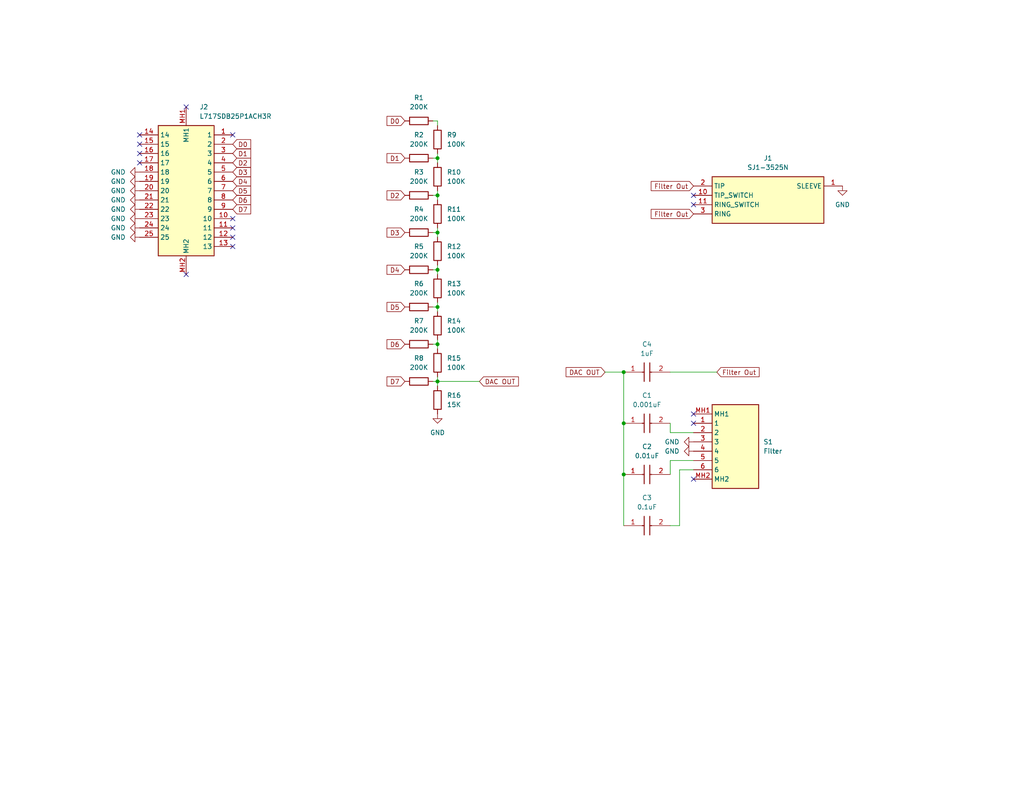
<source format=kicad_sch>
(kicad_sch (version 20230121) (generator eeschema)
  (paper "USLetter")
  (title_block (title "LPT Blaster") (rev "1.0") (company "Undefined Systems, LLC"))
  (lib_symbols
    (symbol "Device:R" (pin_numbers hide) (pin_names (offset 0))
      (property "Reference" "R" (at 2.032 0 90))
      (property "Value" "R" (at 0 0 90))
      (symbol "R_0_1"
        (rectangle (start -1.016 -2.54) (end 1.016 2.54) (stroke (width 0.254)))
      )
      (symbol "R_1_1"
        (pin passive line (at 0 3.81 270) (length 1.27) (name "~") (number "1"))
        (pin passive line (at 0 -3.81 90) (length 1.27) (name "~") (number "2"))
      )
    )
    (symbol "L717SDB25P1ACH3R:L717SDB25P1ACH3R"
      (property "Reference" "J" (at 41.91 12.7 0))
      (property "Value" "L717SDB25P1ACH3R" (at 41.91 10.16 0))
      (symbol "L717SDB25P1ACH3R_1_1"
        (rectangle (start 5.08 7.62) (end 40.64 -7.62) (stroke (width 0.254)) (fill (type background)))
        (pin passive line (at 7.62 12.7 270) (length 5.08) (name "1") (number "1"))
        (pin passive line (at 30.48 12.7 270) (length 5.08) (name "10") (number "10"))
        (pin passive line (at 33.02 12.7 270) (length 5.08) (name "11") (number "11"))
        (pin passive line (at 35.56 12.7 270) (length 5.08) (name "12") (number "12"))
        (pin passive line (at 38.1 12.7 270) (length 5.08) (name "13") (number "13"))
        (pin passive line (at 7.62 -12.7 90) (length 5.08) (name "14") (number "14"))
        (pin passive line (at 10.16 -12.7 90) (length 5.08) (name "15") (number "15"))
        (pin passive line (at 12.7 -12.7 90) (length 5.08) (name "16") (number "16"))
        (pin passive line (at 15.24 -12.7 90) (length 5.08) (name "17") (number "17"))
        (pin passive line (at 17.78 -12.7 90) (length 5.08) (name "18") (number "18"))
        (pin passive line (at 20.32 -12.7 90) (length 5.08) (name "19") (number "19"))
        (pin passive line (at 10.16 12.7 270) (length 5.08) (name "2") (number "2"))
        (pin passive line (at 22.86 -12.7 90) (length 5.08) (name "20") (number "20"))
        (pin passive line (at 25.4 -12.7 90) (length 5.08) (name "21") (number "21"))
        (pin passive line (at 27.94 -12.7 90) (length 5.08) (name "22") (number "22"))
        (pin passive line (at 30.48 -12.7 90) (length 5.08) (name "23") (number "23"))
        (pin passive line (at 33.02 -12.7 90) (length 5.08) (name "24") (number "24"))
        (pin passive line (at 35.56 -12.7 90) (length 5.08) (name "25") (number "25"))
        (pin passive line (at 12.7 12.7 270) (length 5.08) (name "3") (number "3"))
        (pin passive line (at 15.24 12.7 270) (length 5.08) (name "4") (number "4"))
        (pin passive line (at 17.78 12.7 270) (length 5.08) (name "5") (number "5"))
        (pin passive line (at 20.32 12.7 270) (length 5.08) (name "6") (number "6"))
        (pin passive line (at 22.86 12.7 270) (length 5.08) (name "7") (number "7"))
        (pin passive line (at 25.4 12.7 270) (length 5.08) (name "8") (number "8"))
        (pin passive line (at 27.94 12.7 270) (length 5.08) (name "9") (number "9"))
        (pin passive line (at 0 0 0) (length 5.08) (name "MH1") (number "MH1"))
        (pin passive line (at 45.72 0 180) (length 5.08) (name "MH2") (number "MH2"))
      )
    )
    (symbol "R82DC4100DQ60J:R82DC4100DQ60J" (pin_names hide)
      (property "Reference" "C" (at 8.89 6.35 0))
      (property "Value" "R82DC4100DQ60J" (at 8.89 3.81 0))
      (symbol "R82DC4100DQ60J_1_1"
        (polyline (pts (xy 5.08 0) (xy 5.588 0)) (stroke (width 0.254)))
        (polyline (pts (xy 5.588 2.54) (xy 5.588 -2.54)) (stroke (width 0.254)))
        (polyline (pts (xy 7.112 0) (xy 7.62 0)) (stroke (width 0.254)))
        (polyline (pts (xy 7.112 2.54) (xy 7.112 -2.54)) (stroke (width 0.254)))
        (pin passive line (at 0 0 0) (length 5.08) (name "1") (number "1"))
        (pin passive line (at 12.7 0 180) (length 5.08) (name "2") (number "2"))
      )
    )
    (symbol "SJ1-3525N:SJ1-3525N"
      (property "Reference" "J" (at 36.83 7.62 0))
      (property "Value" "SJ1-3525N" (at 36.83 5.08 0))
      (symbol "SJ1-3525N_1_1"
        (rectangle (start 5.08 2.54) (end 35.56 -10.16) (stroke (width 0.254)) (fill (type background)))
        (pin passive line (at 40.64 0 180) (length 5.08) (name "SLEEVE") (number "1"))
        (pin passive line (at 0 -2.54 0) (length 5.08) (name "TIP_SWITCH") (number "10"))
        (pin passive line (at 0 -5.08 0) (length 5.08) (name "RING_SWITCH") (number "11"))
        (pin passive line (at 0 0 0) (length 5.08) (name "TIP") (number "2"))
        (pin passive line (at 0 -7.62 0) (length 5.08) (name "RING") (number "3"))
      )
    )
    (symbol "SK14D01G6:SK14D01G6"
      (property "Reference" "S" (at 19.05 7.62 0))
      (property "Value" "SK14D01G6" (at 19.05 5.08 0))
      (symbol "SK14D01G6_1_1"
        (rectangle (start 5.08 2.54) (end 17.78 -20.32) (stroke (width 0.254)) (fill (type background)))
        (pin passive line (at 0 -2.54 0) (length 5.08) (name "1") (number "1"))
        (pin passive line (at 0 -5.08 0) (length 5.08) (name "2") (number "2"))
        (pin passive line (at 0 -7.62 0) (length 5.08) (name "3") (number "3"))
        (pin passive line (at 0 -10.16 0) (length 5.08) (name "4") (number "4"))
        (pin passive line (at 0 -12.7 0) (length 5.08) (name "5") (number "5"))
        (pin passive line (at 0 -15.24 0) (length 5.08) (name "6") (number "6"))
        (pin passive line (at 0 0 0) (length 5.08) (name "MH1") (number "MH1"))
        (pin passive line (at 0 -17.78 0) (length 5.08) (name "MH2") (number "MH2"))
      )
    )
    (symbol "power:GND" (power) (pin_names (offset 0))
      (property "Value" "GND" (at 0 -3.81 0))
      (symbol "GND_0_1"
        (polyline (pts (xy 0 0) (xy 0 -1.27) (xy 1.27 -1.27) (xy 0 -2.54) (xy -1.27 -1.27) (xy 0 -1.27)))
      )
      (symbol "GND_1_1"
        (pin power_in line (at 0 0 270) (length 0) hide (name "GND") (number "1"))
      )
    )
  )
  (junction (at 119.38 53.34))
  (junction (at 119.38 93.98))
  (junction (at 119.38 43.18))
  (junction (at 119.38 83.82))
  (junction (at 170.18 115.57))
  (junction (at 170.18 101.6))
  (junction (at 119.38 104.14))
  (junction (at 119.38 73.66))
  (junction (at 119.38 63.5))
  (junction (at 170.18 129.54))
  (no_connect (at 189.23 53.34))
  (no_connect (at 63.5 36.83))
  (no_connect (at 38.1 39.37))
  (no_connect (at 50.8 29.21))
  (no_connect (at 38.1 36.83))
  (no_connect (at 50.8 74.93))
  (no_connect (at 63.5 64.77))
  (no_connect (at 63.5 59.69))
  (no_connect (at 189.23 115.57))
  (no_connect (at 189.23 130.81))
  (no_connect (at 38.1 41.91))
  (no_connect (at 189.23 113.03))
  (no_connect (at 63.5 67.31))
  (no_connect (at 189.23 55.88))
  (no_connect (at 38.1 44.45))
  (no_connect (at 63.5 62.23))
  (wire (pts (xy 119.38 33.02) (xy 119.38 34.29)))
  (wire (pts (xy 119.38 92.71) (xy 119.38 93.98)))
  (wire (pts (xy 165.1 101.6) (xy 170.18 101.6)))
  (wire (pts (xy 118.11 93.98) (xy 119.38 93.98)))
  (wire (pts (xy 119.38 43.18) (xy 119.38 44.45)))
  (wire (pts (xy 189.23 125.73) (xy 182.88 125.73)))
  (wire (pts (xy 119.38 41.91) (xy 119.38 43.18)))
  (wire (pts (xy 182.88 125.73) (xy 182.88 129.54)))
  (wire (pts (xy 118.11 63.5) (xy 119.38 63.5)))
  (wire (pts (xy 170.18 129.54) (xy 170.18 143.51)))
  (wire (pts (xy 170.18 101.6) (xy 170.18 115.57)))
  (wire (pts (xy 119.38 73.66) (xy 119.38 74.93)))
  (wire (pts (xy 119.38 82.55) (xy 119.38 83.82)))
  (wire (pts (xy 119.38 104.14) (xy 119.38 105.41)))
  (wire (pts (xy 118.11 53.34) (xy 119.38 53.34)))
  (wire (pts (xy 118.11 83.82) (xy 119.38 83.82)))
  (wire (pts (xy 119.38 83.82) (xy 119.38 85.09)))
  (wire (pts (xy 119.38 52.07) (xy 119.38 53.34)))
  (wire (pts (xy 119.38 62.23) (xy 119.38 63.5)))
  (wire (pts (xy 118.11 33.02) (xy 119.38 33.02)))
  (wire (pts (xy 119.38 63.5) (xy 119.38 64.77)))
  (wire (pts (xy 170.18 115.57) (xy 170.18 129.54)))
  (wire (pts (xy 119.38 104.14) (xy 130.81 104.14)))
  (wire (pts (xy 189.23 118.11) (xy 182.88 118.11)))
  (wire (pts (xy 119.38 72.39) (xy 119.38 73.66)))
  (wire (pts (xy 119.38 102.87) (xy 119.38 104.14)))
  (wire (pts (xy 119.38 53.34) (xy 119.38 54.61)))
  (wire (pts (xy 119.38 93.98) (xy 119.38 95.25)))
  (wire (pts (xy 185.42 128.27) (xy 185.42 143.51)))
  (wire (pts (xy 189.23 128.27) (xy 185.42 128.27)))
  (wire (pts (xy 182.88 118.11) (xy 182.88 115.57)))
  (wire (pts (xy 185.42 143.51) (xy 182.88 143.51)))
  (wire (pts (xy 118.11 73.66) (xy 119.38 73.66)))
  (wire (pts (xy 118.11 43.18) (xy 119.38 43.18)))
  (wire (pts (xy 182.88 101.6) (xy 195.58 101.6)))
  (wire (pts (xy 118.11 104.14) (xy 119.38 104.14)))
  (global_label "D1" (shape input) (at 110.49 43.18 180) (property "Intersheetrefs" "${INTERSHEET_REFS}" (effects hide)))
  (global_label "Filter Out" (shape input) (at 189.23 58.42 180) (property "Intersheetrefs" "${INTERSHEET_REFS}" (effects hide)))
  (global_label "D2" (shape input) (at 63.5 44.45 0) (property "Intersheetrefs" "${INTERSHEET_REFS}" (effects hide)))
  (global_label "D1" (shape input) (at 63.5 41.91 0) (property "Intersheetrefs" "${INTERSHEET_REFS}" (effects hide)))
  (global_label "D4" (shape input) (at 63.5 49.53 0) (property "Intersheetrefs" "${INTERSHEET_REFS}" (effects hide)))
  (global_label "D4" (shape input) (at 110.49 73.66 180) (property "Intersheetrefs" "${INTERSHEET_REFS}" (effects hide)))
  (global_label "Filter Out" (shape input) (at 195.58 101.6 0) (property "Intersheetrefs" "${INTERSHEET_REFS}" (effects hide)))
  (global_label "D2" (shape input) (at 110.49 53.34 180) (property "Intersheetrefs" "${INTERSHEET_REFS}" (effects hide)))
  (global_label "D7" (shape input) (at 63.5 57.15 0) (property "Intersheetrefs" "${INTERSHEET_REFS}" (effects hide)))
  (global_label "D7" (shape input) (at 110.49 104.14 180) (property "Intersheetrefs" "${INTERSHEET_REFS}" (effects hide)))
  (global_label "DAC OUT" (shape input) (at 130.81 104.14 0) (property "Intersheetrefs" "${INTERSHEET_REFS}" (effects hide)))
  (global_label "D3" (shape input) (at 110.49 63.5 180) (property "Intersheetrefs" "${INTERSHEET_REFS}" (effects hide)))
  (global_label "D6" (shape input) (at 63.5 54.61 0) (property "Intersheetrefs" "${INTERSHEET_REFS}" (effects hide)))
  (global_label "D5" (shape input) (at 110.49 83.82 180) (property "Intersheetrefs" "${INTERSHEET_REFS}" (effects hide)))
  (global_label "D0" (shape input) (at 63.5 39.37 0) (property "Intersheetrefs" "${INTERSHEET_REFS}" (effects hide)))
  (global_label "DAC OUT" (shape input) (at 165.1 101.6 180) (property "Intersheetrefs" "${INTERSHEET_REFS}" (effects hide)))
  (global_label "D6" (shape input) (at 110.49 93.98 180) (property "Intersheetrefs" "${INTERSHEET_REFS}" (effects hide)))
  (global_label "D0" (shape input) (at 110.49 33.02 180) (property "Intersheetrefs" "${INTERSHEET_REFS}" (effects hide)))
  (global_label "D3" (shape input) (at 63.5 46.99 0) (property "Intersheetrefs" "${INTERSHEET_REFS}" (effects hide)))
  (global_label "Filter Out" (shape input) (at 189.23 50.8 180) (property "Intersheetrefs" "${INTERSHEET_REFS}" (effects hide)))
  (global_label "D5" (shape input) (at 63.5 52.07 0) (property "Intersheetrefs" "${INTERSHEET_REFS}" (effects hide)))
  (symbol (lib_id "power:GND") (at 38.1 59.69 270) (unit 1)
    (property "Reference" "#PWR06" (effects hide))
    (property "Value" "GND" (at 34.29 59.69 90) (effects (justify right)))
  )
  (symbol (lib_id "R82DC4100DQ60J:R82DC4100DQ60J") (at 170.18 129.54 0) (unit 1)
    (property "Reference" "C2" (at 176.53 121.92 0))
    (property "Value" "0.01uF" (at 176.53 124.46 0))
    (property "Footprint" "R82DC4100DQ60J" (effects hide))
    (property "Datasheet" "https://content.kemet.com/datasheets/KEM_F3101_R82.pdf" (effects hide))
    (property "Height" "10.1" (effects hide))
    (property "Manufacturer_Name" "KEMET" (effects hide))
    (property "Manufacturer_Part_Number" "R82DC4100DQ60J" (effects hide))
    (property "Mouser Part Number" "80-R82DC4100DQ60J" (effects hide))
    (property "Mouser Price/Stock" "https://www.mouser.co.uk/ProductDetail/KEMET/R82DC4100DQ60J?qs=06HLYMEcjuVd2Wr1NUYuhw%3D%3D" (effects hide))
    (property "Arrow Part Number" "R82DC4100DQ60J" (effects hide))
    (property "Arrow Price/Stock" "https://www.arrow.com/en/products/r82dc4100dq60j/kemet-corporation?region=nac" (effects hide))
  )
  (symbol (lib_id "Device:R") (at 119.38 99.06 0) (unit 1)
    (property "Reference" "R15" (at 121.92 97.79 0) (effects (justify left)))
    (property "Value" "100K" (at 121.92 100.33 0) (effects (justify left)))
    (property "Footprint" "Resistor_THT:R_Axial_DIN0207_L6.3mm_D2.5mm_P10.16mm_Horizontal" (effects hide))
  )
  (symbol (lib_id "R82DC4100DQ60J:R82DC4100DQ60J") (at 170.18 143.51 0) (unit 1)
    (property "Reference" "C3" (at 176.53 135.89 0))
    (property "Value" "0.1uF" (at 176.53 138.43 0))
    (property "Footprint" "R82DC4100DQ60J" (effects hide))
    (property "Datasheet" "https://content.kemet.com/datasheets/KEM_F3101_R82.pdf" (effects hide))
    (property "Height" "10.1" (effects hide))
    (property "Manufacturer_Name" "KEMET" (effects hide))
    (property "Manufacturer_Part_Number" "R82DC4100DQ60J" (effects hide))
    (property "Mouser Part Number" "80-R82DC4100DQ60J" (effects hide))
    (property "Mouser Price/Stock" "https://www.mouser.co.uk/ProductDetail/KEMET/R82DC4100DQ60J?qs=06HLYMEcjuVd2Wr1NUYuhw%3D%3D" (effects hide))
    (property "Arrow Part Number" "R82DC4100DQ60J" (effects hide))
    (property "Arrow Price/Stock" "https://www.arrow.com/en/products/r82dc4100dq60j/kemet-corporation?region=nac" (effects hide))
  )
  (symbol (lib_id "Device:R") (at 114.3 104.14 90) (unit 1)
    (property "Reference" "R8" (at 114.3 97.79 90))
    (property "Value" "200K" (at 114.3 100.33 90))
    (property "Footprint" "Resistor_THT:R_Axial_DIN0207_L6.3mm_D2.5mm_P10.16mm_Horizontal" (effects hide))
  )
  (symbol (lib_id "power:GND") (at 38.1 64.77 270) (unit 1)
    (property "Reference" "#PWR08" (effects hide))
    (property "Value" "GND" (at 34.29 64.77 90) (effects (justify right)))
  )
  (symbol (lib_id "power:GND") (at 119.38 113.03 0) (unit 1)
    (property "Reference" "#PWR09" (effects hide))
    (property "Value" "GND" (at 119.38 118.11 0))
  )
  (symbol (lib_id "SJ1-3525N:SJ1-3525N") (at 189.23 50.8 0) (unit 1)
    (property "Reference" "J1" (at 209.55 43.18 0))
    (property "Value" "SJ1-3525N" (at 209.55 45.72 0))
    (property "Footprint" "SJ13525N" (effects hide))
    (property "Datasheet" "https://www.cuidevices.com/product/resource/pdf/sj1-352xn.pdf" (effects hide))
    (property "Height" "6.25" (effects hide))
    (property "Manufacturer_Name" "CUI Inc." (effects hide))
    (property "Manufacturer_Part_Number" "SJ1-3525N" (effects hide))
  )
  (symbol (lib_id "Device:R") (at 114.3 83.82 90) (unit 1)
    (property "Reference" "R6" (at 114.3 77.47 90))
    (property "Value" "200K" (at 114.3 80.01 90))
    (property "Footprint" "Resistor_THT:R_Axial_DIN0207_L6.3mm_D2.5mm_P10.16mm_Horizontal" (effects hide))
  )
  (symbol (lib_id "Device:R") (at 119.38 78.74 0) (unit 1)
    (property "Reference" "R13" (at 121.92 77.47 0) (effects (justify left)))
    (property "Value" "100K" (at 121.92 80.01 0) (effects (justify left)))
    (property "Footprint" "Resistor_THT:R_Axial_DIN0207_L6.3mm_D2.5mm_P10.16mm_Horizontal" (effects hide))
  )
  (symbol (lib_id "Device:R") (at 119.38 68.58 0) (unit 1)
    (property "Reference" "R12" (at 121.92 67.31 0) (effects (justify left)))
    (property "Value" "100K" (at 121.92 69.85 0) (effects (justify left)))
    (property "Footprint" "Resistor_THT:R_Axial_DIN0207_L6.3mm_D2.5mm_P10.16mm_Horizontal" (effects hide))
  )
  (symbol (lib_id "Device:R") (at 119.38 109.22 0) (unit 1)
    (property "Reference" "R16" (at 121.92 107.95 0) (effects (justify left)))
    (property "Value" "15K" (at 121.92 110.49 0) (effects (justify left)))
    (property "Footprint" "Resistor_THT:R_Axial_DIN0207_L6.3mm_D2.5mm_P10.16mm_Horizontal" (effects hide))
  )
  (symbol (lib_id "power:GND") (at 189.23 123.19 270) (unit 1)
    (property "Reference" "#PWR011" (effects hide))
    (property "Value" "GND" (at 185.42 123.19 90) (effects (justify right)))
  )
  (symbol (lib_id "power:GND") (at 38.1 46.99 270) (unit 1)
    (property "Reference" "#PWR01" (effects hide))
    (property "Value" "GND" (at 34.29 46.99 90) (effects (justify right)))
  )
  (symbol (lib_id "power:GND") (at 38.1 49.53 270) (unit 1)
    (property "Reference" "#PWR02" (effects hide))
    (property "Value" "GND" (at 34.29 49.53 90) (effects (justify right)))
  )
  (symbol (lib_id "power:GND") (at 38.1 52.07 270) (unit 1)
    (property "Reference" "#PWR03" (effects hide))
    (property "Value" "GND" (at 34.29 52.07 90) (effects (justify right)))
  )
  (symbol (lib_id "Device:R") (at 114.3 63.5 90) (unit 1)
    (property "Reference" "R4" (at 114.3 57.15 90))
    (property "Value" "200K" (at 114.3 59.69 90))
    (property "Footprint" "Resistor_THT:R_Axial_DIN0207_L6.3mm_D2.5mm_P10.16mm_Horizontal" (effects hide))
  )
  (symbol (lib_id "SK14D01G6:SK14D01G6") (at 189.23 113.03 0) (unit 1)
    (property "Reference" "S1" (at 208.28 120.65 0) (effects (justify left)))
    (property "Value" "Filter" (at 208.28 123.19 0) (effects (justify left)))
    (property "Footprint" "SK14D01G6" (effects hide))
    (property "Datasheet" "https://www.arrow.com/en/products/sk14d01g6/ck" (effects hide))
    (property "Height" "4.7" (effects hide))
    (property "Manufacturer_Name" "C & K COMPONENTS" (effects hide))
    (property "Manufacturer_Part_Number" "SK14D01G6" (effects hide))
    (property "Mouser Part Number" "611-SK-14D01-G6" (effects hide))
    (property "Mouser Price/Stock" "https://www.mouser.co.uk/ProductDetail/CK/SK14D01G6?qs=Gufeu08L%2Fl0F1TW9qwgs0A%3D%3D" (effects hide))
    (property "Arrow Part Number" "SK14D01G6" (effects hide))
    (property "Arrow Price/Stock" "https://www.arrow.com/en/products/sk14d01g6/ck" (effects hide))
  )
  (symbol (lib_id "Device:R") (at 114.3 33.02 90) (unit 1)
    (property "Reference" "R1" (at 114.3 26.67 90))
    (property "Value" "200K" (at 114.3 29.21 90))
    (property "Footprint" "Resistor_THT:R_Axial_DIN0207_L6.3mm_D2.5mm_P10.16mm_Horizontal" (effects hide))
  )
  (symbol (lib_id "Device:R") (at 119.38 88.9 0) (unit 1)
    (property "Reference" "R14" (at 121.92 87.63 0) (effects (justify left)))
    (property "Value" "100K" (at 121.92 90.17 0) (effects (justify left)))
    (property "Footprint" "Resistor_THT:R_Axial_DIN0207_L6.3mm_D2.5mm_P10.16mm_Horizontal" (effects hide))
  )
  (symbol (lib_id "Device:R") (at 114.3 93.98 90) (unit 1)
    (property "Reference" "R7" (at 114.3 87.63 90))
    (property "Value" "200K" (at 114.3 90.17 90))
    (property "Footprint" "Resistor_THT:R_Axial_DIN0207_L6.3mm_D2.5mm_P10.16mm_Horizontal" (effects hide))
  )
  (symbol (lib_id "Device:R") (at 119.38 48.26 0) (unit 1)
    (property "Reference" "R10" (at 121.92 46.99 0) (effects (justify left)))
    (property "Value" "100K" (at 121.92 49.53 0) (effects (justify left)))
    (property "Footprint" "Resistor_THT:R_Axial_DIN0207_L6.3mm_D2.5mm_P10.16mm_Horizontal" (effects hide))
  )
  (symbol (lib_id "power:GND") (at 38.1 57.15 270) (unit 1)
    (property "Reference" "#PWR05" (effects hide))
    (property "Value" "GND" (at 34.29 57.15 90) (effects (justify right)))
  )
  (symbol (lib_id "R82DC4100DQ60J:R82DC4100DQ60J") (at 170.18 101.6 0) (unit 1)
    (property "Reference" "C4" (at 176.53 93.98 0))
    (property "Value" "1uF" (at 176.53 96.52 0))
    (property "Footprint" "R82DC4100DQ60J" (effects hide))
    (property "Datasheet" "https://content.kemet.com/datasheets/KEM_F3101_R82.pdf" (effects hide))
    (property "Height" "10.1" (effects hide))
    (property "Manufacturer_Name" "KEMET" (effects hide))
    (property "Manufacturer_Part_Number" "R82DC4100DQ60J" (effects hide))
    (property "Mouser Part Number" "80-R82DC4100DQ60J" (effects hide))
    (property "Mouser Price/Stock" "https://www.mouser.co.uk/ProductDetail/KEMET/R82DC4100DQ60J?qs=06HLYMEcjuVd2Wr1NUYuhw%3D%3D" (effects hide))
    (property "Arrow Part Number" "R82DC4100DQ60J" (effects hide))
    (property "Arrow Price/Stock" "https://www.arrow.com/en/products/r82dc4100dq60j/kemet-corporation?region=nac" (effects hide))
  )
  (symbol (lib_id "Device:R") (at 119.38 58.42 0) (unit 1)
    (property "Reference" "R11" (at 121.92 57.15 0) (effects (justify left)))
    (property "Value" "100K" (at 121.92 59.69 0) (effects (justify left)))
    (property "Footprint" "Resistor_THT:R_Axial_DIN0207_L6.3mm_D2.5mm_P10.16mm_Horizontal" (effects hide))
  )
  (symbol (lib_id "Device:R") (at 114.3 43.18 90) (unit 1)
    (property "Reference" "R2" (at 114.3 36.83 90))
    (property "Value" "200K" (at 114.3 39.37 90))
    (property "Footprint" "Resistor_THT:R_Axial_DIN0207_L6.3mm_D2.5mm_P10.16mm_Horizontal" (effects hide))
  )
  (symbol (lib_id "power:GND") (at 229.87 50.8 0) (unit 1)
    (property "Reference" "#PWR012" (effects hide))
    (property "Value" "GND" (at 229.87 55.88 0))
  )
  (symbol (lib_id "L717SDB25P1ACH3R:L717SDB25P1ACH3R") (at 50.8 29.21 270) (unit 1)
    (property "Reference" "J2" (at 54.4261 29.21 90) (effects (justify left)))
    (property "Value" "L717SDB25P1ACH3R" (at 54.4261 31.75 90) (effects (justify left)))
    (property "Footprint" "L717SDB25P1ACH3R" (effects hide))
    (property "Datasheet" "https://cdn.amphenol-cs.com/media/wysiwyg/files/drawing/l717sdxxxp1ach3r.pdf" (effects hide))
    (property "Height" "12.85" (effects hide))
    (property "Manufacturer_Name" "Amphenol Communications Solutions" (effects hide))
    (property "Manufacturer_Part_Number" "L717SDB25P1ACH3R" (effects hide))
    (property "Mouser Part Number" "523-L717SDB25P1ACH3R" (effects hide))
    (property "Mouser Price/Stock" "https://www.mouser.co.uk/ProductDetail/Amphenol-Commercial-Products/L717SDB25P1ACH3R?qs=wLKqLMNa9uJyoB0Jo64d7Q%3D%3D" (effects hide))
  )
  (symbol (lib_id "Device:R") (at 119.38 38.1 0) (unit 1)
    (property "Reference" "R9" (at 121.92 36.83 0) (effects (justify left)))
    (property "Value" "100K" (at 121.92 39.37 0) (effects (justify left)))
    (property "Footprint" "Resistor_THT:R_Axial_DIN0207_L6.3mm_D2.5mm_P10.16mm_Horizontal" (effects hide))
  )
  (symbol (lib_id "Device:R") (at 114.3 53.34 90) (unit 1)
    (property "Reference" "R3" (at 114.3 46.99 90))
    (property "Value" "200K" (at 114.3 49.53 90))
    (property "Footprint" "Resistor_THT:R_Axial_DIN0207_L6.3mm_D2.5mm_P10.16mm_Horizontal" (effects hide))
  )
  (symbol (lib_id "R82DC4100DQ60J:R82DC4100DQ60J") (at 170.18 115.57 0) (unit 1)
    (property "Reference" "C1" (at 176.53 107.95 0))
    (property "Value" "0.001uF" (at 176.53 110.49 0))
    (property "Footprint" "R82DC4100DQ60J" (effects hide))
    (property "Datasheet" "https://content.kemet.com/datasheets/KEM_F3101_R82.pdf" (effects hide))
    (property "Height" "10.1" (effects hide))
    (property "Manufacturer_Name" "KEMET" (effects hide))
    (property "Manufacturer_Part_Number" "R82DC4100DQ60J" (effects hide))
    (property "Mouser Part Number" "80-R82DC4100DQ60J" (effects hide))
    (property "Mouser Price/Stock" "https://www.mouser.co.uk/ProductDetail/KEMET/R82DC4100DQ60J?qs=06HLYMEcjuVd2Wr1NUYuhw%3D%3D" (effects hide))
    (property "Arrow Part Number" "R82DC4100DQ60J" (effects hide))
    (property "Arrow Price/Stock" "https://www.arrow.com/en/products/r82dc4100dq60j/kemet-corporation?region=nac" (effects hide))
  )
  (symbol (lib_id "power:GND") (at 38.1 62.23 270) (unit 1)
    (property "Reference" "#PWR07" (effects hide))
    (property "Value" "GND" (at 34.29 62.23 90) (effects (justify right)))
  )
  (symbol (lib_id "Device:R") (at 114.3 73.66 90) (unit 1)
    (property "Reference" "R5" (at 114.3 67.31 90))
    (property "Value" "200K" (at 114.3 69.85 90))
    (property "Footprint" "Resistor_THT:R_Axial_DIN0207_L6.3mm_D2.5mm_P10.16mm_Horizontal" (effects hide))
  )
  (symbol (lib_id "power:GND") (at 38.1 54.61 270) (unit 1)
    (property "Reference" "#PWR04" (effects hide))
    (property "Value" "GND" (at 34.29 54.61 90) (effects (justify right)))
  )
  (symbol (lib_id "power:GND") (at 189.23 120.65 270) (unit 1)
    (property "Reference" "#PWR010" (effects hide))
    (property "Value" "GND" (at 185.42 120.65 90) (effects (justify right)))
  )
)
</source>
